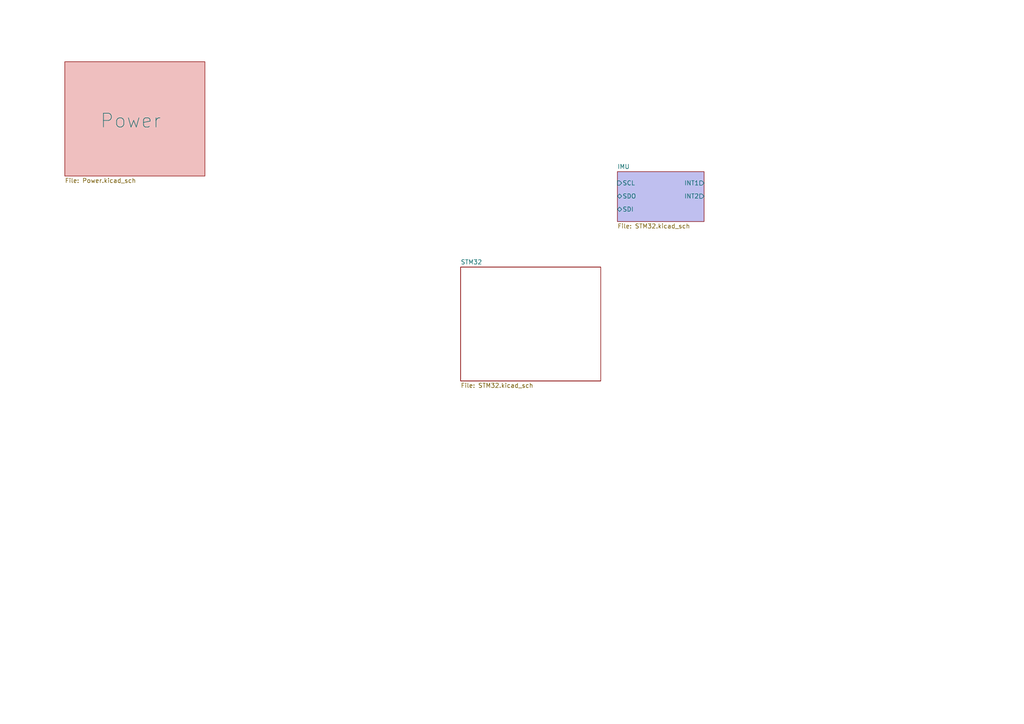
<source format=kicad_sch>
(kicad_sch
	(version 20250114)
	(generator "eeschema")
	(generator_version "9.0")
	(uuid "b358fa4f-8f13-49ea-bd67-d5db91173379")
	(paper "A4")
	(title_block
		(title "LDO")
		(company "Benjamin Tyrrell-Davis")
	)
	(lib_symbols)
	(sheet
		(at 179.07 49.784)
		(size 25.146 14.478)
		(exclude_from_sim no)
		(in_bom yes)
		(on_board yes)
		(dnp no)
		(fields_autoplaced yes)
		(stroke
			(width 0.1524)
			(type solid)
		)
		(fill
			(color 0 0 194 0.2500)
		)
		(uuid "1a82d888-4623-4af5-9a4e-03b9819d6f97")
		(property "Sheetname" "IMU"
			(at 179.07 49.0724 0)
			(effects
				(font
					(size 1.27 1.27)
				)
				(justify left bottom)
			)
		)
		(property "Sheetfile" "STM32.kicad_sch"
			(at 179.07 64.8466 0)
			(effects
				(font
					(size 1.27 1.27)
				)
				(justify left top)
			)
		)
		(pin "INT2" output
			(at 204.216 56.896 0)
			(uuid "dc85d8a2-aea7-459d-9103-b1aad6d3613a")
			(effects
				(font
					(size 1.27 1.27)
				)
				(justify right)
			)
		)
		(pin "SCL" input
			(at 179.07 53.086 180)
			(uuid "9056c8e2-ca77-4b6a-8d0a-c18b9a721575")
			(effects
				(font
					(size 1.27 1.27)
				)
				(justify left)
			)
		)
		(pin "INT1" output
			(at 204.216 53.086 0)
			(uuid "1e59acd9-866a-4695-84fd-b5d2ab49ad9a")
			(effects
				(font
					(size 1.27 1.27)
				)
				(justify right)
			)
		)
		(pin "SDO" bidirectional
			(at 179.07 56.896 180)
			(uuid "bc23f93c-8bd4-4a7d-9720-cb0c96cc68e5")
			(effects
				(font
					(size 1.27 1.27)
				)
				(justify left)
			)
		)
		(pin "SDI" bidirectional
			(at 179.07 60.706 180)
			(uuid "af77390c-fb73-4f29-82fb-c7221d4b1f8f")
			(effects
				(font
					(size 1.27 1.27)
				)
				(justify left)
			)
		)
		(instances
			(project "SeaLegs"
				(path "/b358fa4f-8f13-49ea-bd67-d5db91173379"
					(page "4")
				)
			)
		)
	)
	(sheet
		(at 133.604 77.47)
		(size 40.64 33.02)
		(exclude_from_sim no)
		(in_bom yes)
		(on_board yes)
		(dnp no)
		(fields_autoplaced yes)
		(stroke
			(width 0.1524)
			(type solid)
		)
		(fill
			(color 0 0 0 0.0000)
		)
		(uuid "a272ac9a-684d-48a8-9855-684130a4cd0b")
		(property "Sheetname" "STM32"
			(at 133.604 76.7584 0)
			(effects
				(font
					(size 1.27 1.27)
				)
				(justify left bottom)
			)
		)
		(property "Sheetfile" "STM32.kicad_sch"
			(at 133.604 111.0746 0)
			(effects
				(font
					(size 1.27 1.27)
				)
				(justify left top)
			)
		)
		(instances
			(project "SeaLegs"
				(path "/b358fa4f-8f13-49ea-bd67-d5db91173379"
					(page "3")
				)
			)
		)
	)
	(sheet
		(at 18.796 17.907)
		(size 40.64 33.147)
		(exclude_from_sim no)
		(in_bom yes)
		(on_board yes)
		(dnp no)
		(stroke
			(width 0.1524)
			(type solid)
		)
		(fill
			(color 194 0 0 0.2500)
		)
		(uuid "be463fd8-22b0-4a54-b91f-9ce45cad8930")
		(property "Sheetname" "Power"
			(at 28.956 37.338 0)
			(effects
				(font
					(size 4 4)
				)
				(justify left bottom)
			)
		)
		(property "Sheetfile" "Power.kicad_sch"
			(at 18.796 51.6386 0)
			(effects
				(font
					(size 1.27 1.27)
				)
				(justify left top)
			)
		)
		(instances
			(project "SeaLegs"
				(path "/b358fa4f-8f13-49ea-bd67-d5db91173379"
					(page "2")
				)
			)
		)
	)
	(sheet_instances
		(path "/"
			(page "1")
		)
	)
	(embedded_fonts no)
)

</source>
